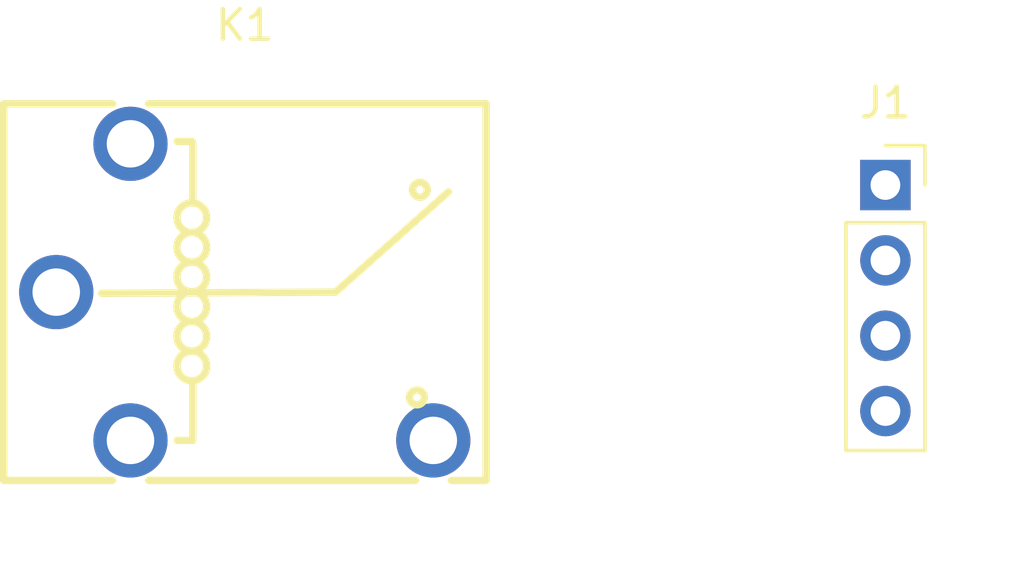
<source format=kicad_pcb>
(kicad_pcb (version 20240108) (generator "pcbnew") (generator_version "8.0")
  (layers (0 "F.Cu" signal) (31 "B.Cu" signal) (34 "B.Paste" user) (35 "F.Paste" user) (36 "B.SilkS" user "B.Silkscreen") (37 "F.SilkS" user "F.Silkscreen") (38 "B.Mask" user) (39 "F.Mask" user) (44 "Edge.Cuts" user))
  (net 0 "")
  (net 1 "/sw1")
  (net 2 "/en+")
  (net 3 "/sw2")
  (net 4 "/en-")
  (footprint "Connector_PinSocket_2.54mm:PinSocket_1x04_P2.54mm_Vertical" (layer "F.Cu") (at 129.5 70.42)
    (property "Reference" "J1" (at 0 -2.77 0) (layer "F.SilkS"))
    (property "Value" "Conn_01x04")
    (fp_line (start -1.33 1.27) (end -1.33 8.95) (stroke (width 0.12)) (layer "F.SilkS"))
    (fp_line (start -1.33 1.27) (end 1.33 1.27) (stroke (width 0.12)) (layer "F.SilkS"))
    (fp_line (start -1.33 8.95) (end 1.33 8.95) (stroke (width 0.12)) (layer "F.SilkS"))
    (fp_line (start 0 -1.33) (end 1.33 -1.33) (stroke (width 0.12)) (layer "F.SilkS"))
    (fp_line (start 1.33 -1.33) (end 1.33 0) (stroke (width 0.12)) (layer "F.SilkS"))
    (fp_line (start 1.33 1.27) (end 1.33 8.95) (stroke (width 0.12)) (layer "F.SilkS"))
    (pad "1" thru_hole rect (at 0 0) (size 1.7 1.7) (drill 1) (layers "*.Cu" "*.Mask") (net 1 "/sw1"))
    (pad "2" thru_hole oval (at 0 2.54) (size 1.7 1.7) (drill 1) (layers "*.Cu" "*.Mask") (net 3 "/sw2"))
    (pad "3" thru_hole oval (at 0 5.08) (size 1.7 1.7) (drill 1) (layers "*.Cu" "*.Mask") (net 4 "/en-"))
    (pad "4" thru_hole oval (at 0 7.62) (size 1.7 1.7) (drill 1) (layers "*.Cu" "*.Mask") (net 2 "/en+"))
  )
  (footprint "easyeda2kicad:RELAY-TH_SRA-XXVDC-AL" (layer "F.Cu") (at 107.92 74.03)
    (property "Reference" "K1" (at 0 -9 0) (layer "F.SilkS"))
    (property "Value" "SRA-12VDC-AL")
    (fp_line (start -8.12 -6.35) (end -7.87 -6.35) (stroke (width 0.25)) (layer "F.SilkS"))
    (fp_line (start -8.12 6.35) (end -8.12 -6.35) (stroke (width 0.25)) (layer "F.SilkS"))
    (fp_line (start -7.87 -6.35) (end -4.45 -6.35) (stroke (width 0.25)) (layer "F.SilkS"))
    (fp_line (start -4.82 0.04) (end 3.06 0) (stroke (width 0.25)) (layer "F.SilkS"))
    (fp_line (start -4.45 6.35) (end -8.12 6.35) (stroke (width 0.25)) (layer "F.SilkS"))
    (fp_line (start -3.24 -6.35) (end 8.13 -6.35) (stroke (width 0.25)) (layer "F.SilkS"))
    (fp_line (start -1.77 -5.08) (end -2.28 -5.08) (stroke (width 0.25)) (layer "F.SilkS"))
    (fp_line (start -1.75 -5) (end -1.75 -3) (stroke (width 0.25)) (layer "F.SilkS"))
    (fp_line (start -1.75 5) (end -2.28 5) (stroke (width 0.25)) (layer "F.SilkS"))
    (fp_line (start -1.75 5) (end -1.75 3.01) (stroke (width 0.25)) (layer "F.SilkS"))
    (fp_line (start 3.06 0) (end 6.86 -3.38) (stroke (width 0.25)) (layer "F.SilkS"))
    (fp_line (start 5.75 6.35) (end -3.24 6.35) (stroke (width 0.25)) (layer "F.SilkS"))
    (fp_line (start 8.13 -6.35) (end 8.13 6.35) (stroke (width 0.25)) (layer "F.SilkS"))
    (fp_line (start 8.13 6.35) (end 6.96 6.35) (stroke (width 0.25)) (layer "F.SilkS"))
    (fp_arc (start -1.788726 -2.010076) (mid -1.775637 -3.009981) (end -1.78 -2.01) (stroke (width 0.25)) (layer "F.SilkS"))
    (fp_arc (start -1.788726 -1.010076) (mid -1.775637 -2.009981) (end -1.78 -1.01) (stroke (width 0.25)) (layer "F.SilkS"))
    (fp_arc (start -1.788726 -0.010076) (mid -1.775637 -1.009981) (end -1.78 -0.01) (stroke (width 0.25)) (layer "F.SilkS"))
    (fp_arc (start -1.788726 0.989924) (mid -1.775637 -0.009981) (end -1.78 0.99) (stroke (width 0.25)) (layer "F.SilkS"))
    (fp_arc (start -1.788726 1.989924) (mid -1.775637 0.990019) (end -1.78 1.99) (stroke (width 0.25)) (layer "F.SilkS"))
    (fp_arc (start -1.788726 2.989924) (mid -1.775637 1.990019) (end -1.78 2.99) (stroke (width 0.25)) (layer "F.SilkS"))
    (fp_circle (center 5.8 3.55) (end 6.05 3.55) (stroke (width 0.25)) (fill none) (layer "F.SilkS"))
    (fp_circle (center 5.9 -3.45) (end 6.15 -3.45) (stroke (width 0.25)) (fill none) (layer "F.SilkS"))
    (pad "1" thru_hole circle (at 6.35 5) (size 2.5 2.5) (drill 1.599997) (layers "*.Cu" "*.Mask") (net 1 "/sw1"))
    (pad "3" thru_hole circle (at -3.85 -5) (size 2.5 2.5) (drill 1.599997) (layers "*.Cu" "*.Mask") (net 4 "/en-"))
    (pad "4" thru_hole circle (at -3.85 5) (size 2.5 2.5) (drill 1.599997) (layers "*.Cu" "*.Mask") (net 2 "/en+"))
    (pad "5" thru_hole circle (at -6.35 0) (size 2.5 2.5) (drill 1.599997) (layers "*.Cu" "*.Mask") (net 3 "/sw2"))
  )
)
</source>
